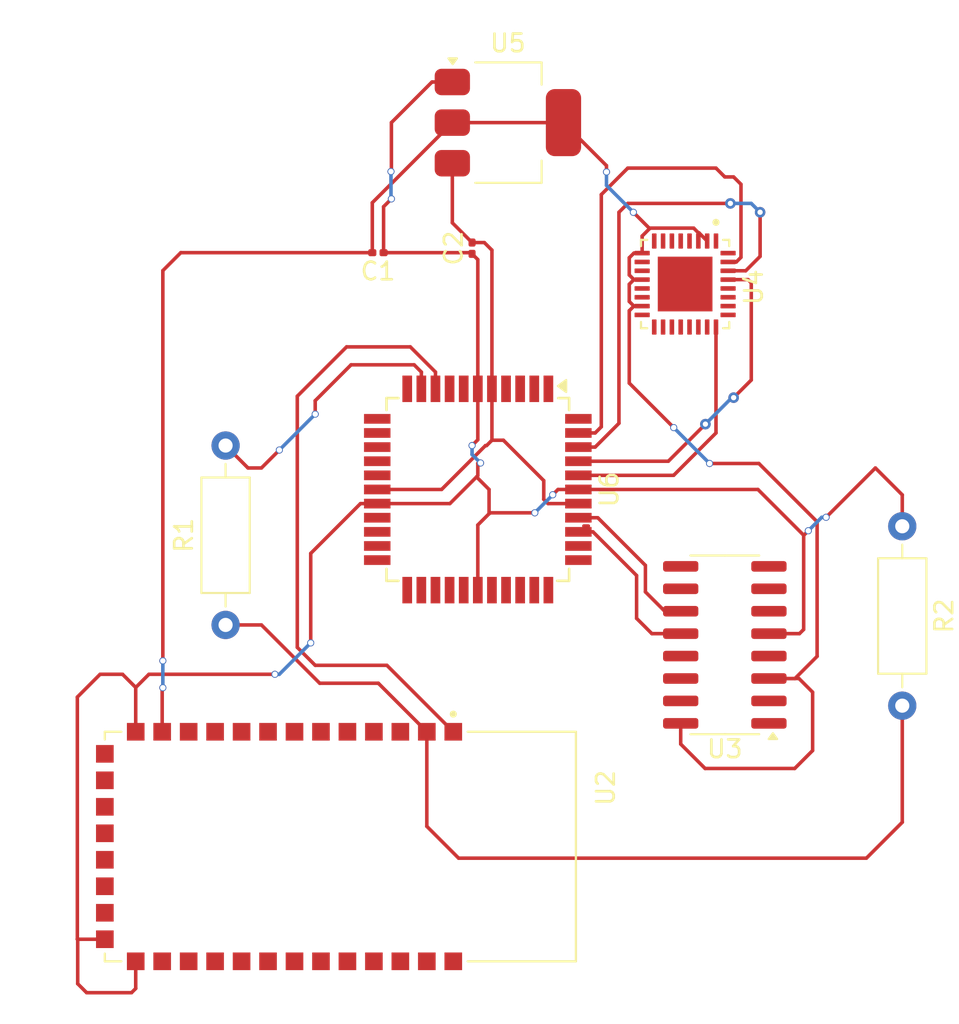
<source format=kicad_pcb>
(kicad_pcb (version 20241229) (generator "pcbnew") (generator_version "9.0")
  (layers (0 "F.Cu" signal) (2 "B.Cu" signal) (13 "F.Paste" user) (15 "B.Paste" user) (5 "F.SilkS" user "F.Silkscreen") (7 "B.SilkS" user "B.Silkscreen") (1 "F.Mask" user) (3 "B.Mask" user) (25 "Edge.Cuts" user))
  (net 0 "")
  (net 1 "GND")
  (net 2 "+3.3V")
  (net 3 "+5V")
  (net 4 "Net-(U6-PD1)")
  (net 5 "Net-(U2-RX)")
  (net 18 "Net-(U2-TX)")
  (net 34 "Net-(U3-DOUT)")
  (net 44 "Net-(U3-PD_SCK)")
  (net 58 "Net-(U4-D7{slash}SCL{slash}MISO{slash}TX)")
  (net 60 "Net-(U4-D5{slash}ADR_1{slash}SCK{slash}DTRQ)")
  (net 62 "Net-(U4-SDA{slash}NSS{slash}RX)")
  (net 70 "Net-(U4-D6{slash}ADR_0{slash}MOSI{slash}MX)")
  (footprint "Package_TO_SOT_SMD:SOT-223-3_TabPin2" (layer "F.Cu") (at 114.19 76.648)
    (property "Reference" "U5" (at 0 -4.5 0) (layer "F.SilkS"))
    (property "Value" "AMS1117-3.3")
    (fp_line (start -1.85 -3.41) (end 1.91 -3.41) (stroke (width 0.12)) (layer "F.SilkS"))
    (fp_line (start -1.85 3.41) (end 1.91 3.41) (stroke (width 0.12)) (layer "F.SilkS"))
    (fp_line (start 1.91 -3.41) (end 1.91 -2.15) (stroke (width 0.12)) (layer "F.SilkS"))
    (fp_line (start 1.91 3.41) (end 1.91 2.15) (stroke (width 0.12)) (layer "F.SilkS"))
    (fp_poly (pts (xy -3.13 -3.31) (xy -3.37 -3.64) (xy -2.89 -3.64) (xy -3.13 -3.31)) (stroke (width 0.12)) (fill yes) (layer "F.SilkS"))
    (pad "1" smd roundrect (at -3.15 -2.3) (size 2 1.5) (layers "F.Cu" "F.Mask" "F.Paste") (net 1 "GND"))
    (pad "2" smd roundrect (at -3.15 0) (size 2 1.5) (layers "F.Cu" "F.Mask" "F.Paste") (net 2 "+3.3V"))
    (pad "2" smd roundrect (at 3.15 0) (size 2 3.8) (layers "F.Cu" "F.Mask" "F.Paste") (net 2 "+3.3V"))
    (pad "3" smd roundrect (at -3.15 2.3) (size 2 1.5) (layers "F.Cu" "F.Mask" "F.Paste") (net 3 "+5V"))
  )
  (footprint "RC522:QFN50P500X500X100-33N" (layer "F.Cu") (at 124.234 85.789 -90)
    (property "Reference" "U4" (at 0.175 -3.885 90) (layer "F.SilkS"))
    (property "Value" "RC522")
    (fp_line (start -2.5 2.5) (end -2.15 2.5) (stroke (width 0.127)) (layer "F.SilkS"))
    (fp_line (start -2.5 2.5) (end -2.5 2.15) (stroke (width 0.127)) (layer "F.SilkS"))
    (fp_line (start 2.5 2.5) (end 2.15 2.5) (stroke (width 0.127)) (layer "F.SilkS"))
    (fp_line (start 2.5 2.5) (end 2.5 2.15) (stroke (width 0.127)) (layer "F.SilkS"))
    (fp_line (start -2.5 -2.5) (end -2.5 -2.15) (stroke (width 0.127)) (layer "F.SilkS"))
    (fp_line (start -2.5 -2.5) (end -2.15 -2.5) (stroke (width 0.127)) (layer "F.SilkS"))
    (fp_line (start 2.5 -2.5) (end 2.5 -2.15) (stroke (width 0.127)) (layer "F.SilkS"))
    (fp_line (start 2.5 -2.5) (end 2.15 -2.5) (stroke (width 0.127)) (layer "F.SilkS"))
    (fp_circle (center -3.495 -1.75) (end -3.395 -1.75) (stroke (width 0.2)) (fill no) (layer "F.SilkS"))
    (pad "1" smd roundrect (at -2.435 -1.75 270) (size 0.86 0.26) (layers "F.Cu" "F.Mask" "F.Paste") (roundrect_rratio 0.125))
    (pad "2" smd roundrect (at -2.435 -1.25 270) (size 0.86 0.26) (layers "F.Cu" "F.Mask" "F.Paste") (roundrect_rratio 0.125) (net 2 "+3.3V"))
    (pad "3" smd roundrect (at -2.435 -0.75 270) (size 0.86 0.26) (layers "F.Cu" "F.Mask" "F.Paste") (roundrect_rratio 0.125) (net 2 "+3.3V"))
    (pad "4" smd roundrect (at -2.435 -0.25 270) (size 0.86 0.26) (layers "F.Cu" "F.Mask" "F.Paste") (roundrect_rratio 0.125))
    (pad "5" smd roundrect (at -2.435 0.25 270) (size 0.86 0.26) (layers "F.Cu" "F.Mask" "F.Paste") (roundrect_rratio 0.125))
    (pad "6" smd roundrect (at -2.435 0.75 270) (size 0.86 0.26) (layers "F.Cu" "F.Mask" "F.Paste") (roundrect_rratio 0.125))
    (pad "7" smd roundrect (at -2.435 1.25 270) (size 0.86 0.26) (layers "F.Cu" "F.Mask" "F.Paste") (roundrect_rratio 0.125))
    (pad "8" smd roundrect (at -2.435 1.75 270) (size 0.86 0.26) (layers "F.Cu" "F.Mask" "F.Paste") (roundrect_rratio 0.125))
    (pad "9" smd roundrect (at -1.75 2.435 270) (size 0.26 0.86) (layers "F.Cu" "F.Mask" "F.Paste") (roundrect_rratio 0.125) (net 2 "+3.3V"))
    (pad "10" smd roundrect (at -1.25 2.435 270) (size 0.26 0.86) (layers "F.Cu" "F.Mask" "F.Paste") (roundrect_rratio 0.125))
    (pad "11" smd roundrect (at -0.75 2.435 270) (size 0.26 0.86) (layers "F.Cu" "F.Mask" "F.Paste") (roundrect_rratio 0.125))
    (pad "12" smd roundrect (at -0.25 2.435 270) (size 0.26 0.86) (layers "F.Cu" "F.Mask" "F.Paste") (roundrect_rratio 0.125) (net 2 "+3.3V"))
    (pad "13" smd roundrect (at 0.25 2.435 270) (size 0.26 0.86) (layers "F.Cu" "F.Mask" "F.Paste") (roundrect_rratio 0.125))
    (pad "14" smd roundrect (at 0.75 2.435 270) (size 0.26 0.86) (layers "F.Cu" "F.Mask" "F.Paste") (roundrect_rratio 0.125))
    (pad "15" smd roundrect (at 1.25 2.435 270) (size 0.26 0.86) (layers "F.Cu" "F.Mask" "F.Paste") (roundrect_rratio 0.125) (net 2 "+3.3V"))
    (pad "16" smd roundrect (at 1.75 2.435 270) (size 0.26 0.86) (layers "F.Cu" "F.Mask" "F.Paste") (roundrect_rratio 0.125))
    (pad "17" smd roundrect (at 2.435 1.75 270) (size 0.86 0.26) (layers "F.Cu" "F.Mask" "F.Paste") (roundrect_rratio 0.125))
    (pad "18" smd roundrect (at 2.435 1.25 270) (size 0.86 0.26) (layers "F.Cu" "F.Mask" "F.Paste") (roundrect_rratio 0.125))
    (pad "19" smd roundrect (at 2.435 0.75 270) (size 0.86 0.26) (layers "F.Cu" "F.Mask" "F.Paste") (roundrect_rratio 0.125))
    (pad "20" smd roundrect (at 2.435 0.25 270) (size 0.86 0.26) (layers "F.Cu" "F.Mask" "F.Paste") (roundrect_rratio 0.125))
    (pad "21" smd roundrect (at 2.435 -0.25 270) (size 0.86 0.26) (layers "F.Cu" "F.Mask" "F.Paste") (roundrect_rratio 0.125))
    (pad "22" smd roundrect (at 2.435 -0.75 270) (size 0.86 0.26) (layers "F.Cu" "F.Mask" "F.Paste") (roundrect_rratio 0.125))
    (pad "23" smd roundrect (at 2.435 -1.25 270) (size 0.86 0.26) (layers "F.Cu" "F.Mask" "F.Paste") (roundrect_rratio 0.125))
    (pad "24" smd roundrect (at 2.435 -1.75 270) (size 0.86 0.26) (layers "F.Cu" "F.Mask" "F.Paste") (roundrect_rratio 0.125) (net 62 "Net-(U4-SDA{slash}NSS{slash}RX)"))
    (pad "25" smd roundrect (at 1.75 -2.435 270) (size 0.26 0.86) (layers "F.Cu" "F.Mask" "F.Paste") (roundrect_rratio 0.125))
    (pad "26" smd roundrect (at 1.25 -2.435 270) (size 0.26 0.86) (layers "F.Cu" "F.Mask" "F.Paste") (roundrect_rratio 0.125))
    (pad "27" smd roundrect (at 0.75 -2.435 270) (size 0.26 0.86) (layers "F.Cu" "F.Mask" "F.Paste") (roundrect_rratio 0.125))
    (pad "28" smd roundrect (at 0.25 -2.435 270) (size 0.26 0.86) (layers "F.Cu" "F.Mask" "F.Paste") (roundrect_rratio 0.125))
    (pad "29" smd roundrect (at -0.25 -2.435 270) (size 0.26 0.86) (layers "F.Cu" "F.Mask" "F.Paste") (roundrect_rratio 0.125) (net 60 "Net-(U4-D5{slash}ADR_1{slash}SCK{slash}DTRQ)"))
    (pad "30" smd roundrect (at -0.75 -2.435 270) (size 0.26 0.86) (layers "F.Cu" "F.Mask" "F.Paste") (roundrect_rratio 0.125) (net 70 "Net-(U4-D6{slash}ADR_0{slash}MOSI{slash}MX)"))
    (pad "31" smd roundrect (at -1.25 -2.435 270) (size 0.26 0.86) (layers "F.Cu" "F.Mask" "F.Paste") (roundrect_rratio 0.125) (net 58 "Net-(U4-D7{slash}SCL{slash}MISO{slash}TX)"))
    (pad "32" smd roundrect (at -1.75 -2.435 270) (size 0.26 0.86) (layers "F.Cu" "F.Mask" "F.Paste") (roundrect_rratio 0.125))
    (pad "33" smd rect (at 0 0 270) (size 3.1 3.1) (layers "F.Cu" "F.Mask"))
  )
  (footprint "Package_SO:SOP-16_3.9x9.9mm_P1.27mm" (layer "F.Cu") (at 126.484 106.224 180)
    (property "Reference" "U3" (at 0 -5.9 0) (layer "F.SilkS"))
    (property "Value" "HX711")
    (fp_line (start 0 5.06) (end 1.95 5.06) (stroke (width 0.12)) (layer "F.SilkS"))
    (fp_line (start 0 5.06) (end -1.95 5.06) (stroke (width 0.12)) (layer "F.SilkS"))
    (fp_line (start 0 -5.06) (end 1.95 -5.06) (stroke (width 0.12)) (layer "F.SilkS"))
    (fp_line (start 0 -5.06) (end -1.95 -5.06) (stroke (width 0.12)) (layer "F.SilkS"))
    (fp_poly (pts (xy -2.725 -5.005) (xy -2.965 -5.335) (xy -2.485 -5.335)) (stroke (width 0.12)) (fill yes) (layer "F.SilkS"))
    (pad "1" smd roundrect (at -2.5 -4.445 180) (size 2 0.6) (layers "F.Cu" "F.Mask" "F.Paste"))
    (pad "2" smd roundrect (at -2.5 -3.175 180) (size 2 0.6) (layers "F.Cu" "F.Mask" "F.Paste"))
    (pad "3" smd roundrect (at -2.5 -1.905 180) (size 2 0.6) (layers "F.Cu" "F.Mask" "F.Paste") (net 2 "+3.3V"))
    (pad "4" smd roundrect (at -2.5 -0.635 180) (size 2 0.6) (layers "F.Cu" "F.Mask" "F.Paste"))
    (pad "5" smd roundrect (at -2.5 0.635 180) (size 2 0.6) (layers "F.Cu" "F.Mask" "F.Paste") (net 1 "GND"))
    (pad "6" smd roundrect (at -2.5 1.905 180) (size 2 0.6) (layers "F.Cu" "F.Mask" "F.Paste"))
    (pad "7" smd roundrect (at -2.5 3.175 180) (size 2 0.6) (layers "F.Cu" "F.Mask" "F.Paste"))
    (pad "8" smd roundrect (at -2.5 4.445 180) (size 2 0.6) (layers "F.Cu" "F.Mask" "F.Paste"))
    (pad "9" smd roundrect (at 2.5 4.445 180) (size 2 0.6) (layers "F.Cu" "F.Mask" "F.Paste"))
    (pad "10" smd roundrect (at 2.5 3.175 180) (size 2 0.6) (layers "F.Cu" "F.Mask" "F.Paste"))
    (pad "11" smd roundrect (at 2.5 1.905 180) (size 2 0.6) (layers "F.Cu" "F.Mask" "F.Paste") (net 44 "Net-(U3-PD_SCK)"))
    (pad "12" smd roundrect (at 2.5 0.635 180) (size 2 0.6) (layers "F.Cu" "F.Mask" "F.Paste") (net 34 "Net-(U3-DOUT)"))
    (pad "13" smd roundrect (at 2.5 -0.635 180) (size 2 0.6) (layers "F.Cu" "F.Mask" "F.Paste"))
    (pad "14" smd roundrect (at 2.5 -1.905 180) (size 2 0.6) (layers "F.Cu" "F.Mask" "F.Paste"))
    (pad "15" smd roundrect (at 2.5 -3.175 180) (size 2 0.6) (layers "F.Cu" "F.Mask" "F.Paste"))
    (pad "16" smd roundrect (at 2.5 -4.445 180) (size 2 0.6) (layers "F.Cu" "F.Mask" "F.Paste") (net 2 "+3.3V"))
  )
  (footprint "Capacitor_SMD:C_0201_0603Metric" (layer "F.Cu") (at 112.158 83.76 90)
    (property "Reference" "C2" (at 0 -1.05 90) (layer "F.SilkS"))
    (property "Value" "C_US")
    (pad "1" smd roundrect (at -0.32 0 90) (size 0.46 0.4) (layers "F.Cu" "F.Mask") (net 1 "GND"))
    (pad "2" smd roundrect (at 0.32 0 90) (size 0.46 0.4) (layers "F.Cu" "F.Mask") (net 3 "+5V"))
  )
  (footprint "Package_QFP:TQFP-44_10x10mm_P0.8mm" (layer "F.Cu") (at 112.484 97.424 -90)
    (property "Reference" "U6" (at 0 -7.45 90) (layer "F.SilkS"))
    (property "Value" "ATmega16A-A")
    (fp_line (start -5.175 5.175) (end -4.5 5.175) (stroke (width 0.15)) (layer "F.SilkS"))
    (fp_line (start -5.175 5.175) (end -5.175 4.5) (stroke (width 0.15)) (layer "F.SilkS"))
    (fp_line (start 5.175 5.175) (end 4.5 5.175) (stroke (width 0.15)) (layer "F.SilkS"))
    (fp_line (start 5.175 5.175) (end 5.175 4.5) (stroke (width 0.15)) (layer "F.SilkS"))
    (fp_line (start -5.175 -5.175) (end -5.175 -4.56) (stroke (width 0.15)) (layer "F.SilkS"))
    (fp_line (start -5.175 -5.175) (end -4.5 -5.175) (stroke (width 0.15)) (layer "F.SilkS"))
    (fp_line (start 5.175 -5.175) (end 5.175 -4.5) (stroke (width 0.15)) (layer "F.SilkS"))
    (fp_line (start 5.175 -5.175) (end 4.5 -5.175) (stroke (width 0.15)) (layer "F.SilkS"))
    (fp_poly (pts (xy -5.86 -4.54) (xy -6.2 -5.01) (xy -5.52 -5.01) (xy -5.86 -4.54)) (stroke (width 0.12)) (fill yes) (layer "F.SilkS"))
    (pad "1" smd rect (at -5.7 -4 270) (size 1.5 0.55) (layers "F.Cu" "F.Mask" "F.Paste"))
    (pad "2" smd rect (at -5.7 -3.2 270) (size 1.5 0.55) (layers "F.Cu" "F.Mask" "F.Paste"))
    (pad "3" smd rect (at -5.7 -2.4 270) (size 1.5 0.55) (layers "F.Cu" "F.Mask" "F.Paste"))
    (pad "4" smd rect (at -5.7 -1.6 270) (size 1.5 0.55) (layers "F.Cu" "F.Mask" "F.Paste"))
    (pad "5" smd rect (at -5.7 -0.8 270) (size 1.5 0.55) (layers "F.Cu" "F.Mask" "F.Paste") (net 3 "+5V"))
    (pad "6" smd rect (at -5.7 0 270) (size 1.5 0.55) (layers "F.Cu" "F.Mask" "F.Paste") (net 1 "GND"))
    (pad "7" smd rect (at -5.7 0.8 270) (size 1.5 0.55) (layers "F.Cu" "F.Mask" "F.Paste"))
    (pad "8" smd rect (at -5.7 1.6 270) (size 1.5 0.55) (layers "F.Cu" "F.Mask" "F.Paste"))
    (pad "9" smd rect (at -5.7 2.4 270) (size 1.5 0.55) (layers "F.Cu" "F.Mask" "F.Paste") (net 18 "Net-(U2-TX)"))
    (pad "10" smd rect (at -5.7 3.2 270) (size 1.5 0.55) (layers "F.Cu" "F.Mask" "F.Paste") (net 4 "Net-(U6-PD1)"))
    (pad "11" smd rect (at -5.7 4 270) (size 1.5 0.55) (layers "F.Cu" "F.Mask" "F.Paste"))
    (pad "12" smd rect (at -4 5.7) (size 1.5 0.55) (layers "F.Cu" "F.Mask" "F.Paste"))
    (pad "13" smd rect (at -3.2 5.7) (size 1.5 0.55) (layers "F.Cu" "F.Mask" "F.Paste"))
    (pad "14" smd rect (at -2.4 5.7) (size 1.5 0.55) (layers "F.Cu" "F.Mask" "F.Paste"))
    (pad "15" smd rect (at -1.6 5.7) (size 1.5 0.55) (layers "F.Cu" "F.Mask" "F.Paste"))
    (pad "16" smd rect (at -0.8 5.7) (size 1.5 0.55) (layers "F.Cu" "F.Mask" "F.Paste"))
    (pad "17" smd rect (at 0 5.7) (size 1.5 0.55) (layers "F.Cu" "F.Mask" "F.Paste") (net 3 "+5V"))
    (pad "18" smd rect (at 0.8 5.7) (size 1.5 0.55) (layers "F.Cu" "F.Mask" "F.Paste") (net 1 "GND"))
    (pad "19" smd rect (at 1.6 5.7) (size 1.5 0.55) (layers "F.Cu" "F.Mask" "F.Paste"))
    (pad "20" smd rect (at 2.4 5.7) (size 1.5 0.55) (layers "F.Cu" "F.Mask" "F.Paste"))
    (pad "21" smd rect (at 3.2 5.7) (size 1.5 0.55) (layers "F.Cu" "F.Mask" "F.Paste"))
    (pad "22" smd rect (at 4 5.7) (size 1.5 0.55) (layers "F.Cu" "F.Mask" "F.Paste"))
    (pad "23" smd rect (at 5.7 4 270) (size 1.5 0.55) (layers "F.Cu" "F.Mask" "F.Paste"))
    (pad "24" smd rect (at 5.7 3.2 270) (size 1.5 0.55) (layers "F.Cu" "F.Mask" "F.Paste"))
    (pad "25" smd rect (at 5.7 2.4 270) (size 1.5 0.55) (layers "F.Cu" "F.Mask" "F.Paste"))
    (pad "26" smd rect (at 5.7 1.6 270) (size 1.5 0.55) (layers "F.Cu" "F.Mask" "F.Paste"))
    (pad "27" smd rect (at 5.7 0.8 270) (size 1.5 0.55) (layers "F.Cu" "F.Mask" "F.Paste"))
    (pad "28" smd rect (at 5.7 0 270) (size 1.5 0.55) (layers "F.Cu" "F.Mask" "F.Paste") (net 1 "GND"))
    (pad "29" smd rect (at 5.7 -0.8 270) (size 1.5 0.55) (layers "F.Cu" "F.Mask" "F.Paste"))
    (pad "30" smd rect (at 5.7 -1.6 270) (size 1.5 0.55) (layers "F.Cu" "F.Mask" "F.Paste"))
    (pad "31" smd rect (at 5.7 -2.4 270) (size 1.5 0.55) (layers "F.Cu" "F.Mask" "F.Paste"))
    (pad "32" smd rect (at 5.7 -3.2 270) (size 1.5 0.55) (layers "F.Cu" "F.Mask" "F.Paste"))
    (pad "33" smd rect (at 5.7 -4 270) (size 1.5 0.55) (layers "F.Cu" "F.Mask" "F.Paste"))
    (pad "34" smd rect (at 4 -5.7) (size 1.5 0.55) (layers "F.Cu" "F.Mask" "F.Paste"))
    (pad "35" smd rect (at 3.2 -5.7) (size 1.5 0.55) (layers "F.Cu" "F.Mask" "F.Paste"))
    (pad "36" smd rect (at 2.4 -5.7) (size 1.5 0.55) (layers "F.Cu" "F.Mask" "F.Paste") (net 34 "Net-(U3-DOUT)"))
    (pad "37" smd rect (at 1.6 -5.7) (size 1.5 0.55) (layers "F.Cu" "F.Mask" "F.Paste") (net 44 "Net-(U3-PD_SCK)"))
    (pad "38" smd rect (at 0.8 -5.7) (size 1.5 0.55) (layers "F.Cu" "F.Mask" "F.Paste") (net 3 "+5V"))
    (pad "39" smd rect (at 0 -5.7) (size 1.5 0.55) (layers "F.Cu" "F.Mask" "F.Paste") (net 1 "GND"))
    (pad "40" smd rect (at -0.8 -5.7) (size 1.5 0.55) (layers "F.Cu" "F.Mask" "F.Paste") (net 62 "Net-(U4-SDA{slash}NSS{slash}RX)"))
    (pad "41" smd rect (at -1.6 -5.7) (size 1.5 0.55) (layers "F.Cu" "F.Mask" "F.Paste") (net 60 "Net-(U4-D5{slash}ADR_1{slash}SCK{slash}DTRQ)"))
    (pad "42" smd rect (at -2.4 -5.7) (size 1.5 0.55) (layers "F.Cu" "F.Mask" "F.Paste") (net 70 "Net-(U4-D6{slash}ADR_0{slash}MOSI{slash}MX)"))
    (pad "43" smd rect (at -3.2 -5.7) (size 1.5 0.55) (layers "F.Cu" "F.Mask" "F.Paste") (net 58 "Net-(U4-D7{slash}SCL{slash}MISO{slash}TX)"))
    (pad "44" smd rect (at -4 -5.7) (size 1.5 0.55) (layers "F.Cu" "F.Mask" "F.Paste"))
  )
  (footprint "Resistor_THT:R_Axial_DIN0207_L6.3mm_D2.5mm_P10.16mm_Horizontal" (layer "F.Cu") (at 136.542 99.508 -90)
    (property "Reference" "R2" (at 5.08 -2.37 90) (layer "F.SilkS"))
    (property "Value" "3300")
    (fp_line (start 1.81 1.37) (end 8.35 1.37) (stroke (width 0.12)) (layer "F.SilkS"))
    (fp_line (start 8.35 1.37) (end 8.35 -1.37) (stroke (width 0.12)) (layer "F.SilkS"))
    (fp_line (start 1.04 0) (end 1.81 0) (stroke (width 0.12)) (layer "F.SilkS"))
    (fp_line (start 9.12 0) (end 8.35 0) (stroke (width 0.12)) (layer "F.SilkS"))
    (fp_line (start 1.81 -1.37) (end 1.81 1.37) (stroke (width 0.12)) (layer "F.SilkS"))
    (fp_line (start 8.35 -1.37) (end 1.81 -1.37) (stroke (width 0.12)) (layer "F.SilkS"))
    (pad "1" thru_hole circle (at 0 0 270) (size 1.6 1.6) (drill 0.8) (layers "*.Cu" "*.Mask") (net 1 "GND"))
    (pad "2" thru_hole oval (at 10.16 0 270) (size 1.6 1.6) (drill 0.8) (layers "*.Cu" "*.Mask") (net 5 "Net-(U2-RX)"))
  )
  (footprint "Resistor_THT:R_Axial_DIN0207_L6.3mm_D2.5mm_P10.16mm_Horizontal" (layer "F.Cu") (at 98.188 105.096 90)
    (property "Reference" "R1" (at 5.08 -2.37 90) (layer "F.SilkS"))
    (property "Value" "1800")
    (fp_line (start 8.35 -1.37) (end 1.81 -1.37) (stroke (width 0.12)) (layer "F.SilkS"))
    (fp_line (start 1.81 -1.37) (end 1.81 1.37) (stroke (width 0.12)) (layer "F.SilkS"))
    (fp_line (start 9.12 0) (end 8.35 0) (stroke (width 0.12)) (layer "F.SilkS"))
    (fp_line (start 1.04 0) (end 1.81 0) (stroke (width 0.12)) (layer "F.SilkS"))
    (fp_line (start 8.35 1.37) (end 8.35 -1.37) (stroke (width 0.12)) (layer "F.SilkS"))
    (fp_line (start 1.81 1.37) (end 8.35 1.37) (stroke (width 0.12)) (layer "F.SilkS"))
    (pad "1" thru_hole circle (at 0 0 90) (size 1.6 1.6) (drill 0.8) (layers "*.Cu" "*.Mask") (net 5 "Net-(U2-RX)"))
    (pad "2" thru_hole oval (at 10.16 0 90) (size 1.6 1.6) (drill 0.8) (layers "*.Cu" "*.Mask") (net 4 "Net-(U6-PD1)"))
  )
  (footprint "BLUETOOTH-SERIAL-HC-06 (1):XCVR_BLUETOOTH-SERIAL-HC-06" (layer "F.Cu") (at 104.594 117.646 -90)
    (property "Reference" "U2" (at -3.325 -15.135 90) (layer "F.SilkS"))
    (property "Value" "BLUETOOTH-SERIAL-HC-06")
    (fp_line (start -6.5 13.25) (end -6.0635 13.25) (stroke (width 0.127)) (layer "F.SilkS"))
    (fp_line (start 6.0635 13.25) (end 6.5 13.25) (stroke (width 0.127)) (layer "F.SilkS"))
    (fp_line (start 6.5 13.25) (end 6.5 12.3135) (stroke (width 0.127)) (layer "F.SilkS"))
    (fp_line (start -6.5 12.3135) (end -6.5 13.25) (stroke (width 0.127)) (layer "F.SilkS"))
    (fp_line (start -6.5 -7.3135) (end -6.5 -13.45) (stroke (width 0.127)) (layer "F.SilkS"))
    (fp_line (start -6.5 -13.45) (end 6.5 -13.45) (stroke (width 0.127)) (layer "F.SilkS"))
    (fp_line (start 6.5 -13.45) (end 6.5 -7.3135) (stroke (width 0.127)) (layer "F.SilkS"))
    (fp_circle (center -7.5 -6.5) (end -7.4 -6.5) (stroke (width 0.2)) (fill no) (layer "F.SilkS"))
    (pad "1" smd rect (at -6.5 -6.5 270) (size 1 1) (layers "F.Cu" "F.Mask" "F.Paste") (net 18 "Net-(U2-TX)"))
    (pad "2" smd rect (at -6.5 -5 270) (size 1 1) (layers "F.Cu" "F.Mask" "F.Paste") (net 5 "Net-(U2-RX)"))
    (pad "3" smd rect (at -6.5 -3.5 270) (size 1 1) (layers "F.Cu" "F.Mask" "F.Paste"))
    (pad "4" smd rect (at -6.5 -2 270) (size 1 1) (layers "F.Cu" "F.Mask" "F.Paste"))
    (pad "5" smd rect (at -6.5 -0.5 270) (size 1 1) (layers "F.Cu" "F.Mask" "F.Paste"))
    (pad "6" smd rect (at -6.5 1 270) (size 1 1) (layers "F.Cu" "F.Mask" "F.Paste"))
    (pad "7" smd rect (at -6.5 2.5 270) (size 1 1) (layers "F.Cu" "F.Mask" "F.Paste"))
    (pad "8" smd rect (at -6.5 4 270) (size 1 1) (layers "F.Cu" "F.Mask" "F.Paste"))
    (pad "9" smd rect (at -6.5 5.5 270) (size 1 1) (layers "F.Cu" "F.Mask" "F.Paste"))
    (pad "10" smd rect (at -6.5 7 270) (size 1 1) (layers "F.Cu" "F.Mask" "F.Paste"))
    (pad "11" smd rect (at -6.5 8.5 270) (size 1 1) (layers "F.Cu" "F.Mask" "F.Paste"))
    (pad "12" smd rect (at -6.5 10 270) (size 1 1) (layers "F.Cu" "F.Mask" "F.Paste") (net 2 "+3.3V"))
    (pad "13" smd rect (at -6.5 11.5 270) (size 1 1) (layers "F.Cu" "F.Mask" "F.Paste") (net 1 "GND"))
    (pad "14" smd rect (at -5.25 13.25 270) (size 1 1) (layers "F.Cu" "F.Mask" "F.Paste"))
    (pad "15" smd rect (at -3.75 13.25 270) (size 1 1) (layers "F.Cu" "F.Mask" "F.Paste"))
    (pad "16" smd rect (at -2.25 13.25 270) (size 1 1) (layers "F.Cu" "F.Mask" "F.Paste"))
    (pad "17" smd rect (at -0.75 13.25 270) (size 1 1) (layers "F.Cu" "F.Mask" "F.Paste"))
    (pad "18" smd rect (at 0.75 13.25 270) (size 1 1) (layers "F.Cu" "F.Mask" "F.Paste"))
    (pad "19" smd rect (at 2.25 13.25 270) (size 1 1) (layers "F.Cu" "F.Mask" "F.Paste"))
    (pad "20" smd rect (at 3.75 13.25 270) (size 1 1) (layers "F.Cu" "F.Mask" "F.Paste"))
    (pad "21" smd rect (at 5.25 13.25 270) (size 1 1) (layers "F.Cu" "F.Mask" "F.Paste") (net 1 "GND"))
    (pad "22" smd rect (at 6.5 11.5 270) (size 1 1) (layers "F.Cu" "F.Mask" "F.Paste") (net 1 "GND"))
    (pad "23" smd rect (at 6.5 10 270) (size 1 1) (layers "F.Cu" "F.Mask" "F.Paste"))
    (pad "24" smd rect (at 6.5 8.5 270) (size 1 1) (layers "F.Cu" "F.Mask" "F.Paste"))
    (pad "25" smd rect (at 6.5 7 270) (size 1 1) (layers "F.Cu" "F.Mask" "F.Paste"))
    (pad "26" smd rect (at 6.5 5.5 270) (size 1 1) (layers "F.Cu" "F.Mask" "F.Paste"))
    (pad "27" smd rect (at 6.5 4 270) (size 1 1) (layers "F.Cu" "F.Mask" "F.Paste"))
    (pad "28" smd rect (at 6.5 2.5 270) (size 1 1) (layers "F.Cu" "F.Mask" "F.Paste"))
    (pad "29" smd rect (at 6.5 1 270) (size 1 1) (layers "F.Cu" "F.Mask" "F.Paste"))
    (pad "30" smd rect (at 6.5 -0.5 270) (size 1 1) (layers "F.Cu" "F.Mask" "F.Paste"))
    (pad "31" smd rect (at 6.5 -2 270) (size 1 1) (layers "F.Cu" "F.Mask" "F.Paste"))
    (pad "32" smd rect (at 6.5 -3.5 270) (size 1 1) (layers "F.Cu" "F.Mask" "F.Paste"))
    (pad "33" smd rect (at 6.5 -5 270) (size 1 1) (layers "F.Cu" "F.Mask" "F.Paste"))
    (pad "34" smd rect (at 6.5 -6.5 270) (size 1 1) (layers "F.Cu" "F.Mask" "F.Paste"))
  )
  (footprint "Capacitor_SMD:C_0201_0603Metric" (layer "F.Cu") (at 106.824 84.014 180)
    (property "Reference" "C1" (at 0 -1.05 0) (layer "F.SilkS"))
    (property "Value" "C_US")
    (pad "1" smd roundrect (at -0.32 0 180) (size 0.46 0.4) (layers "F.Cu" "F.Mask") (net 1 "GND"))
    (pad "2" smd roundrect (at 0.32 0 180) (size 0.46 0.4) (layers "F.Cu" "F.Mask") (net 2 "+3.3V"))
  )
  (segment (start 136.542 99.508) (end 136.542 97.73) (width 0.2) (layer "F.Cu") (net 1))
  (segment (start 93.094 108.638) (end 93.094 111.146) (width 0.2) (layer "F.Cu") (net 1))
  (segment (start 107.586 76.648) (end 107.586 79.394892) (width 0.2) (layer "F.Cu") (net 1))
  (segment (start 112.484 95.9391) (end 112.484 96.642) (width 0.2) (layer "F.Cu") (net 1))
  (segment (start 103.014 101.044) (end 103.014 106.112) (width 0.2) (layer "F.Cu") (net 1))
  (segment (start 107.144 84.014) (end 112.092 84.014) (width 0.2) (layer "F.Cu") (net 1))
  (segment (start 112.484 91.724) (end 112.484 94.61) (width 0.2) (layer "F.Cu") (net 1))
  (segment (start 112.484 84.406) (end 112.158 84.08) (width 0.2) (layer "F.Cu") (net 1))
  (segment (start 112.484 99.436) (end 112.484 103.124) (width 0.2) (layer "F.Cu") (net 1))
  (segment (start 89.786 122.896) (end 89.786 109.18) (width 0.2) (layer "F.Cu") (net 1))
  (segment (start 107.586 80.966) (end 107.144 81.408) (width 0.2) (layer "F.Cu") (net 1))
  (segment (start 128.362 97.424) (end 118.184 97.424) (width 0.2) (layer "F.Cu") (net 1))
  (segment (start 106.784 98.224) (end 105.834 98.224) (width 0.2) (layer "F.Cu") (net 1))
  (segment (start 128.984 105.589) (end 130.715 105.589) (width 0.2) (layer "F.Cu") (net 1))
  (segment (start 130.715 105.589) (end 130.954 105.35) (width 0.2) (layer "F.Cu") (net 1))
  (segment (start 112.484 94.61) (end 112.158 94.936) (width 0.2) (layer "F.Cu") (net 1))
  (segment (start 136.542 97.73) (end 135.018 96.206) (width 0.2) (layer "F.Cu") (net 1))
  (segment (start 112.412 96.714) (end 112.484 96.642) (width 0.2) (layer "F.Cu") (net 1))
  (segment (start 89.806 122.916) (end 89.786 122.896) (width 0.2) (layer "F.Cu") (net 1))
  (segment (start 110.902 98.224) (end 106.784 98.224) (width 0.2) (layer "F.Cu") (net 1))
  (segment (start 89.786 109.18) (end 91.076 107.89) (width 0.2) (layer "F.Cu") (net 1))
  (segment (start 135.018 96.206) (end 132.224 99) (width 0.2) (layer "F.Cu") (net 1))
  (segment (start 113.122 98.798) (end 112.484 99.436) (width 0.2) (layer "F.Cu") (net 1))
  (segment (start 89.806 125.416) (end 89.806 122.916) (width 0.2) (layer "F.Cu") (net 1))
  (segment (start 130.962 100.016) (end 130.954 100.016) (width 0.2) (layer "F.Cu") (net 1))
  (segment (start 113.122 97.424) (end 112.412 96.714) (width 0.2) (layer "F.Cu") (net 1))
  (segment (start 93.094 125.684) (end 92.854 125.924) (width 0.2) (layer "F.Cu") (net 1))
  (segment (start 107.586 79.394892) (end 107.562446 79.418446) (width 0.2) (layer "F.Cu") (net 1))
  (segment (start 89.786 122.896) (end 91.344 122.896) (width 0.2) (layer "F.Cu") (net 1))
  (segment (start 111.04 74.348) (end 109.886 74.348) (width 0.2) (layer "F.Cu") (net 1))
  (segment (start 91.076 107.89) (end 92.346 107.89) (width 0.2) (layer "F.Cu") (net 1))
  (segment (start 113.122 97.424) (end 113.122 98.798) (width 0.2) (layer "F.Cu") (net 1))
  (segment (start 107.144 81.408) (end 107.144 84.014) (width 0.2) (layer "F.Cu") (net 1))
  (segment (start 112.498546 95.924554) (end 112.484 95.9391) (width 0.2) (layer "F.Cu") (net 1))
  (segment (start 92.346 107.89) (end 93.094 108.638) (width 0.2) (layer "F.Cu") (net 1))
  (segment (start 100.982 107.89) (end 93.842 107.89) (width 0.2) (layer "F.Cu") (net 1))
  (segment (start 118.184 97.424) (end 117.03 97.424) (width 0.2) (layer "F.Cu") (net 1))
  (segment (start 130.954 105.35) (end 130.954 100.016) (width 0.2) (layer "F.Cu") (net 1))
  (segment (start 109.886 74.348) (end 107.586 76.648) (width 0.2) (layer "F.Cu") (net 1))
  (segment (start 93.842 107.89) (end 93.094 108.638) (width 0.2) (layer "F.Cu") (net 1))
  (segment (start 112.412 96.714) (end 110.902 98.224) (width 0.2) (layer "F.Cu") (net 1))
  (segment (start 131.216 99.762) (end 130.962 100.016) (width 0.2) (layer "F.Cu") (net 1))
  (segment (start 117.03 97.424) (end 116.73 97.724) (width 0.2) (layer "F.Cu") (net 1))
  (segment (start 105.834 98.224) (end 103.014 101.044) (width 0.2) (layer "F.Cu") (net 1))
  (segment (start 130.954 100.016) (end 128.362 97.424) (width 0.2) (layer "F.Cu") (net 1))
  (segment (start 90.314 125.924) (end 89.806 125.416) (width 0.2) (layer "F.Cu") (net 1))
  (segment (start 93.094 124.146) (end 93.094 125.684) (width 0.2) (layer "F.Cu") (net 1))
  (segment (start 112.638554 95.924554) (end 112.498546 95.924554) (width 0.2) (layer "F.Cu") (net 1))
  (segment (start 115.714 98.746) (end 113.174 98.746) (width 0.2) (layer "F.Cu") (net 1))
  (segment (start 113.174 98.746) (end 113.122 98.798) (width 0.2) (layer "F.Cu") (net 1))
  (segment (start 112.092 84.014) (end 112.158 84.08) (width 0.2) (layer "F.Cu") (net 1))
  (segment (start 112.484 91.724) (end 112.484 84.406) (width 0.2) (layer "F.Cu") (net 1))
  (segment (start 92.854 125.924) (end 90.314 125.924) (width 0.2) (layer "F.Cu") (net 1))
  (via (at 107.562446 79.418446) (size 0.4) (drill 0.3) (layers "F.Cu" "B.Cu") (net 1))
  (via (at 112.158 94.936) (size 0.4) (drill 0.3) (layers "F.Cu" "B.Cu") (net 1))
  (via (at 132.224 99) (size 0.4) (drill 0.3) (layers "F.Cu" "B.Cu") (net 1))
  (via (at 116.73 97.724) (size 0.4) (drill 0.3) (layers "F.Cu" "B.Cu") (net 1))
  (via (at 131.216 99.762) (size 0.4) (drill 0.3) (layers "F.Cu" "B.Cu") (net 1))
  (via (at 107.586 80.966) (size 0.4) (drill 0.3) (layers "F.Cu" "B.Cu") (net 1))
  (via (at 115.714 98.746) (size 0.4) (drill 0.3) (layers "F.Cu" "B.Cu") (net 1))
  (via (at 103.014 106.112) (size 0.4) (drill 0.3) (layers "F.Cu" "B.Cu") (net 1))
  (via (at 100.982 107.89) (size 0.4) (drill 0.3) (layers "F.Cu" "B.Cu") (net 1))
  (via (at 112.638554 95.924554) (size 0.4) (drill 0.3) (layers "F.Cu" "B.Cu") (net 1))
  (segment (start 101.236 107.89) (end 100.982 107.89) (width 0.2) (layer "B.Cu") (net 1))
  (segment (start 116.73 97.724) (end 116.73 97.73) (width 0.2) (layer "B.Cu") (net 1))
  (segment (start 107.562446 79.418446) (end 107.562446 80.942446) (width 0.2) (layer "B.Cu") (net 1))
  (segment (start 116.73 97.73) (end 115.714 98.746) (width 0.2) (layer "B.Cu") (net 1))
  (segment (start 112.158 95.444) (end 112.638554 95.924554) (width 0.2) (layer "B.Cu") (net 1))
  (segment (start 131.978 99) (end 131.216 99.762) (width 0.2) (layer "B.Cu") (net 1))
  (segment (start 103.014 106.112) (end 101.236 107.89) (width 0.2) (layer "B.Cu") (net 1))
  (segment (start 132.224 99) (end 131.978 99) (width 0.2) (layer "B.Cu") (net 1))
  (segment (start 107.562446 80.942446) (end 107.586 80.966) (width 0.2) (layer "B.Cu") (net 1))
  (segment (start 112.158 94.936) (end 112.158 95.444) (width 0.2) (layer "B.Cu") (net 1))
  (segment (start 121.799 84.039) (end 121.799 83.071458) (width 0.2) (layer "F.Cu") (net 2))
  (segment (start 124.984 82.886458) (end 124.984 83.354) (width 0.2) (layer "F.Cu") (net 2))
  (segment (start 94.632 108.652) (end 94.594 108.69) (width 0.2) (layer "F.Cu") (net 2))
  (segment (start 131.716 106.874) (end 131.716 99.254) (width 0.2) (layer "F.Cu") (net 2))
  (segment (start 121.068 87.302458) (end 121.331458 87.039) (width 0.2) (layer "F.Cu") (net 2))
  (segment (start 121.331458 87.039) (end 121.799 87.039) (width 0.2) (layer "F.Cu") (net 2))
  (segment (start 122.197 82.623) (end 121.302 81.728) (width 0.2) (layer "F.Cu") (net 2))
  (segment (start 121.068 91.4) (end 121.068 87.302458) (width 0.2) (layer "F.Cu") (net 2))
  (segment (start 123.588 93.92) (end 121.068 91.4) (width 0.2) (layer "F.Cu") (net 2))
  (segment (start 123.984 111.842) (end 125.366 113.224) (width 0.2) (layer "F.Cu") (net 2))
  (segment (start 121.068 85.275542) (end 121.068 84.302458) (width 0.2) (layer "F.Cu") (net 2))
  (segment (start 125.016458 82.886458) (end 125.484 83.354) (width 0.2) (layer "F.Cu") (net 2))
  (segment (start 130.685 108.129) (end 128.984 108.129) (width 0.2) (layer "F.Cu") (net 2))
  (segment (start 128.984 108.129) (end 130.461 108.129) (width 0.2) (layer "F.Cu") (net 2))
  (segment (start 94.594 108.69) (end 94.594 111.146) (width 0.2) (layer "F.Cu") (net 2))
  (segment (start 121.068 86.775542) (end 121.068 85.802458) (width 0.2) (layer "F.Cu") (net 2))
  (segment (start 124.720542 82.623) (end 124.984 82.886458) (width 0.2) (layer "F.Cu") (net 2))
  (segment (start 130.461 108.129) (end 131.716 106.874) (width 0.2) (layer "F.Cu") (net 2))
  (segment (start 95.648 84.014) (end 106.504 84.014) (width 0.2) (layer "F.Cu") (net 2))
  (segment (start 128.414 95.952) (end 125.62 95.952) (width 0.2) (layer "F.Cu") (net 2))
  (segment (start 121.799 83.071458) (end 122.247458 82.623) (width 0.2) (layer "F.Cu") (net 2))
  (segment (start 121.068 84.302458) (end 121.331458 84.039) (width 0.2) (layer "F.Cu") (net 2))
  (segment (start 94.632 85.03) (end 95.648 84.014) (width 0.2) (layer "F.Cu") (net 2))
  (segment (start 121.331458 85.539) (end 121.068 85.275542) (width 0.2) (layer "F.Cu") (net 2))
  (segment (start 124.984 82.886458) (end 125.016458 82.886458) (width 0.2) (layer "F.Cu") (net 2))
  (segment (start 106.504 81.184) (end 106.504 84.014) (width 0.2) (layer "F.Cu") (net 2))
  (segment (start 121.331458 84.039) (end 121.799 84.039) (width 0.2) (layer "F.Cu") (net 2))
  (segment (start 117.34 76.648) (end 111.04 76.648) (width 0.2) (layer "F.Cu") (net 2))
  (segment (start 111.04 76.648) (end 106.504 81.184) (width 0.2) (layer "F.Cu") (net 2))
  (segment (start 131.462 112.208) (end 131.462 108.906) (width 0.2) (layer "F.Cu") (net 2))
  (segment (start 125.366 113.224) (end 130.446 113.224) (width 0.2) (layer "F.Cu") (net 2))
  (segment (start 121.799 85.539) (end 121.331458 85.539) (width 0.2) (layer "F.Cu") (net 2))
  (segment (start 131.462 108.906) (end 130.685 108.129) (width 0.2) (layer "F.Cu") (net 2))
  (segment (start 130.446 113.224) (end 131.462 112.208) (width 0.2) (layer "F.Cu") (net 2))
  (segment (start 119.778 79.086) (end 117.34 76.648) (width 0.2) (layer "F.Cu") (net 2))
  (segment (start 131.716 99.254) (end 128.414 95.952) (width 0.2) (layer "F.Cu") (net 2))
  (segment (start 122.247458 82.623) (end 122.197 82.623) (width 0.2) (layer "F.Cu") (net 2))
  (segment (start 119.778 79.442) (end 119.778 79.086) (width 0.2) (layer "F.Cu") (net 2))
  (segment (start 121.068 85.802458) (end 121.331458 85.539) (width 0.2) (layer "F.Cu") (net 2))
  (segment (start 122.247458 82.623) (end 124.720542 82.623) (width 0.2) (layer "F.Cu") (net 2))
  (segment (start 94.632 107.128) (end 94.632 85.03) (width 0.2) (layer "F.Cu") (net 2))
  (segment (start 121.331458 87.039) (end 121.068 86.775542) (width 0.2) (layer "F.Cu") (net 2))
  (segment (start 123.984 110.669) (end 123.984 111.842) (width 0.2) (layer "F.Cu") (net 2))
  (via (at 94.632 107.128) (size 0.4) (drill 0.3) (layers "F.Cu" "B.Cu") (net 2))
  (via (at 119.778 79.442) (size 0.4) (drill 0.3) (layers "F.Cu" "B.Cu") (net 2))
  (via (at 123.588 93.92) (size 0.4) (drill 0.3) (layers "F.Cu" "B.Cu") (net 2))
  (via (at 125.62 95.952) (size 0.4) (drill 0.3) (layers "F.Cu" "B.Cu") (net 2))
  (via (at 94.632 108.652) (size 0.4) (drill 0.3) (layers "F.Cu" "B.Cu") (net 2))
  (via (at 121.302 81.728) (size 0.4) (drill 0.3) (layers "F.Cu" "B.Cu") (net 2))
  (segment (start 121.302 81.728) (end 119.778 80.204) (width 0.2) (layer "B.Cu") (net 2))
  (segment (start 94.632 107.128) (end 94.632 108.652) (width 0.2) (layer "B.Cu") (net 2))
  (segment (start 125.62 95.952) (end 123.588 93.92) (width 0.2) (layer "B.Cu") (net 2))
  (segment (start 119.778 80.204) (end 119.778 79.442) (width 0.2) (layer "B.Cu") (net 2))
  (segment (start 111.04 78.948) (end 111.04 82.322) (width 0.2) (layer "F.Cu") (net 3))
  (segment (start 113.284 94.636) (end 113.934 94.636) (width 0.2) (layer "F.Cu") (net 3))
  (segment (start 116.222 97.984) (end 116.462 98.224) (width 0.2) (layer "F.Cu") (net 3))
  (segment (start 113.284 83.87) (end 112.854 83.44) (width 0.2) (layer "F.Cu") (net 3))
  (segment (start 116.462 98.224) (end 118.184 98.224) (width 0.2) (layer "F.Cu") (net 3))
  (segment (start 113.284 91.724) (end 113.284 83.87) (width 0.2) (layer "F.Cu") (net 3))
  (segment (start 116.222 96.924) (end 116.222 97.984) (width 0.2) (layer "F.Cu") (net 3))
  (segment (start 112.854 83.44) (end 112.158 83.44) (width 0.2) (layer "F.Cu") (net 3))
  (segment (start 111.04 82.322) (end 112.158 83.44) (width 0.2) (layer "F.Cu") (net 3))
  (segment (start 113.284 94.636) (end 112.984 94.936) (width 0.2) (layer "F.Cu") (net 3))
  (segment (start 113.934 94.636) (end 116.222 96.924) (width 0.2) (layer "F.Cu") (net 3))
  (segment (start 112.92 94.936) (end 110.432 97.424) (width 0.2) (layer "F.Cu") (net 3))
  (segment (start 112.984 94.936) (end 112.92 94.936) (width 0.2) (layer "F.Cu") (net 3))
  (segment (start 110.432 97.424) (end 106.784 97.424) (width 0.2) (layer "F.Cu") (net 3))
  (segment (start 113.284 94.636) (end 113.284 91.724) (width 0.2) (layer "F.Cu") (net 3))
  (segment (start 109.284 90.774) (end 108.874 90.364) (width 0.2) (layer "F.Cu") (net 4))
  (segment (start 103.268 92.396) (end 103.268 93.158) (width 0.2) (layer "F.Cu") (net 4))
  (segment (start 109.284 91.724) (end 109.284 90.774) (width 0.2) (layer "F.Cu") (net 4))
  (segment (start 100.22 96.206) (end 99.458 96.206) (width 0.2) (layer "F.Cu") (net 4))
  (segment (start 99.458 96.206) (end 98.188 94.936) (width 0.2) (layer "F.Cu") (net 4))
  (segment (start 108.874 90.364) (end 105.3 90.364) (width 0.2) (layer "F.Cu") (net 4))
  (segment (start 101.236 95.19) (end 100.22 96.206) (width 0.2) (layer "F.Cu") (net 4))
  (segment (start 105.3 90.364) (end 103.268 92.396) (width 0.2) (layer "F.Cu") (net 4))
  (via (at 101.236 95.19) (size 0.4) (drill 0.3) (layers "F.Cu" "B.Cu") (net 4))
  (via (at 103.268 93.158) (size 0.4) (drill 0.3) (layers "F.Cu" "B.Cu") (net 4))
  (segment (start 103.268 93.158) (end 101.236 95.19) (width 0.2) (layer "B.Cu") (net 4))
  (segment (start 109.594 111.146) (end 109.594 116.502) (width 0.2) (layer "F.Cu") (net 5))
  (segment (start 103.522 108.398) (end 100.22 105.096) (width 0.2) (layer "F.Cu") (net 5))
  (segment (start 111.396 118.304) (end 134.51 118.304) (width 0.2) (layer "F.Cu") (net 5))
  (segment (start 109.594 116.502) (end 111.396 118.304) (width 0.2) (layer "F.Cu") (net 5))
  (segment (start 136.542 116.272) (end 136.542 109.668) (width 0.2) (layer "F.Cu") (net 5))
  (segment (start 109.594 111.146) (end 106.846 108.398) (width 0.2) (layer "F.Cu") (net 5))
  (segment (start 100.22 105.096) (end 98.188 105.096) (width 0.2) (layer "F.Cu") (net 5))
  (segment (start 106.846 108.398) (end 103.522 108.398) (width 0.2) (layer "F.Cu") (net 5))
  (segment (start 134.51 118.304) (end 136.542 116.272) (width 0.2) (layer "F.Cu") (net 5))
  (segment (start 110.084 90.774) (end 110.084 91.724) (width 0.2) (layer "F.Cu") (net 18))
  (segment (start 107.33 107.382) (end 103.268 107.382) (width 0.2) (layer "F.Cu") (net 18))
  (segment (start 102.252 106.366) (end 102.252 92.142) (width 0.2) (layer "F.Cu") (net 18))
  (segment (start 111.094 111.146) (end 107.33 107.382) (width 0.2) (layer "F.Cu") (net 18))
  (segment (start 108.658 89.348) (end 110.084 90.774) (width 0.2) (layer "F.Cu") (net 18))
  (segment (start 105.046 89.348) (end 108.658 89.348) (width 0.2) (layer "F.Cu") (net 18))
  (segment (start 102.252 92.142) (end 105.046 89.348) (width 0.2) (layer "F.Cu") (net 18))
  (segment (start 103.268 107.382) (end 102.252 106.366) (width 0.2) (layer "F.Cu") (net 18))
  (segment (start 121.484 102.297) (end 121.484 104.724) (width 0.2) (layer "F.Cu") (net 34))
  (segment (start 122.349 105.589) (end 121.484 104.724) (width 0.2) (layer "F.Cu") (net 34))
  (segment (start 123.984 105.589) (end 122.349 105.589) (width 0.2) (layer "F.Cu") (net 34))
  (segment (start 119.011 99.824) (end 121.484 102.297) (width 0.2) (layer "F.Cu") (net 34))
  (segment (start 118.184 99.824) (end 119.011 99.824) (width 0.2) (layer "F.Cu") (net 34))
  (segment (start 118.495 99.494) (end 118.749 99.494) (width 0.2) (layer "F.Cu") (net 34))
  (segment (start 119.284 99.024) (end 121.984 101.724) (width 0.2) (layer "F.Cu") (net 44))
  (segment (start 121.984 101.724) (end 121.984 103.224) (width 0.2) (layer "F.Cu") (net 44))
  (segment (start 121.984 103.224) (end 123.079 104.319) (width 0.2) (layer "F.Cu") (net 44))
  (segment (start 118.184 99.024) (end 119.284 99.024) (width 0.2) (layer "F.Cu") (net 44))
  (segment (start 123.079 104.319) (end 123.984 104.319) (width 0.2) (layer "F.Cu") (net 44))
  (segment (start 119.484 80.724) (end 120.984 79.224) (width 0.2) (layer "F.Cu") (net 58))
  (segment (start 126.984 79.724) (end 127.4 80.14) (width 0.2) (layer "F.Cu") (net 58))
  (segment (start 127.4 80.14) (end 127.4 84.275542) (width 0.2) (layer "F.Cu") (net 58))
  (segment (start 119.134 94.224) (end 119.484 93.874) (width 0.2) (layer "F.Cu") (net 58))
  (segment (start 120.984 79.224) (end 125.984 79.224) (width 0.2) (layer "F.Cu") (net 58))
  (segment (start 119.484 93.874) (end 119.484 80.724) (width 0.2) (layer "F.Cu") (net 58))
  (segment (start 118.184 94.224) (end 119.134 94.224) (width 0.2) (layer "F.Cu") (net 58))
  (segment (start 125.984 79.224) (end 126.484 79.724) (width 0.2) (layer "F.Cu") (net 58))
  (segment (start 126.484 79.724) (end 126.984 79.724) (width 0.2) (layer "F.Cu") (net 58))
  (segment (start 127.136542 84.539) (end 126.669 84.539) (width 0.2) (layer "F.Cu") (net 58))
  (segment (start 127.4 84.275542) (end 127.136542 84.539) (width 0.2) (layer "F.Cu") (net 58))
  (segment (start 123.284 95.824) (end 125.384 93.724) (width 0.2) (layer "F.Cu") (net 60))
  (segment (start 127.799 85.539) (end 126.669 85.539) (width 0.2) (layer "F.Cu") (net 60))
  (segment (start 118.184 95.824) (end 123.284 95.824) (width 0.2) (layer "F.Cu") (net 60))
  (segment (start 127.984 91.224) (end 127.984 85.724) (width 0.2) (layer "F.Cu") (net 60))
  (segment (start 127.984 85.724) (end 127.799 85.539) (width 0.2) (layer "F.Cu") (net 60))
  (segment (start 126.984 92.224) (end 127.984 91.224) (width 0.2) (layer "F.Cu") (net 60))
  (via (at 126.984 92.224) (size 0.6) (drill 0.3) (layers "F.Cu" "B.Cu") (net 60))
  (via (at 125.384 93.724) (size 0.6) (drill 0.3) (layers "F.Cu" "B.Cu") (net 60))
  (segment (start 125.384 93.724) (end 126.884 92.224) (width 0.2) (layer "B.Cu") (net 60))
  (segment (start 126.884 92.224) (end 126.984 92.224) (width 0.2) (layer "B.Cu") (net 60))
  (segment (start 125.984 94.224) (end 125.984 88.224) (width 0.2) (layer "F.Cu") (net 62))
  (segment (start 118.184 96.624) (end 123.584 96.624) (width 0.2) (layer "F.Cu") (net 62))
  (segment (start 123.584 96.624) (end 125.984 94.224) (width 0.2) (layer "F.Cu") (net 62))
  (segment (start 119.134 95.024) (end 120.484 93.674) (width 0.2) (layer "F.Cu") (net 70))
  (segment (start 128.484 84.224) (end 127.669 85.039) (width 0.2) (layer "F.Cu") (net 70))
  (segment (start 128.484 81.724) (end 128.484 84.224) (width 0.2) (layer "F.Cu") (net 70))
  (segment (start 118.184 95.024) (end 119.134 95.024) (width 0.2) (layer "F.Cu") (net 70))
  (segment (start 127.669 85.039) (end 126.669 85.039) (width 0.2) (layer "F.Cu") (net 70))
  (segment (start 120.484 81.724) (end 120.984 81.224) (width 0.2) (layer "F.Cu") (net 70))
  (segment (start 120.984 81.224) (end 126.8 81.224) (width 0.2) (layer "F.Cu") (net 70))
  (segment (start 120.484 93.674) (end 120.484 81.724) (width 0.2) (layer "F.Cu") (net 70))
  (via (at 128.484 81.724) (size 0.6) (drill 0.3) (layers "F.Cu" "B.Cu") (net 70))
  (via (at 126.8 81.224) (size 0.6) (drill 0.3) (layers "F.Cu" "B.Cu") (net 70))
  (segment (start 126.8 81.224) (end 127.984 81.224) (width 0.2) (layer "B.Cu") (net 70))
  (segment (start 127.984 81.224) (end 128.484 81.724) (width 0.2) (layer "B.Cu") (net 70))
)
</source>
